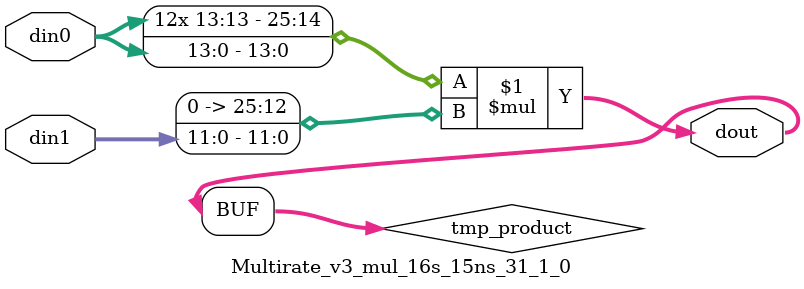
<source format=v>

`timescale 1 ns / 1 ps

 module Multirate_v3_mul_16s_15ns_31_1_0(din0, din1, dout);
parameter ID = 1;
parameter NUM_STAGE = 0;
parameter din0_WIDTH = 14;
parameter din1_WIDTH = 12;
parameter dout_WIDTH = 26;

input [din0_WIDTH - 1 : 0] din0; 
input [din1_WIDTH - 1 : 0] din1; 
output [dout_WIDTH - 1 : 0] dout;

wire signed [dout_WIDTH - 1 : 0] tmp_product;


























assign tmp_product = $signed(din0) * $signed({1'b0, din1});









assign dout = tmp_product;





















endmodule

</source>
